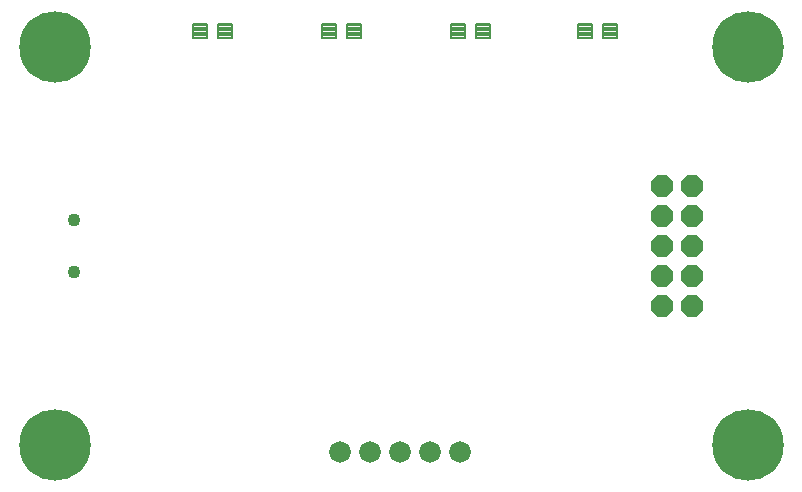
<source format=gbs>
G75*
G70*
%OFA0B0*%
%FSLAX24Y24*%
%IPPOS*%
%LPD*%
%AMOC8*
5,1,8,0,0,1.08239X$1,22.5*
%
%ADD10C,0.0083*%
%ADD11C,0.0720*%
%ADD12OC8,0.0720*%
%ADD13C,0.2380*%
%ADD14C,0.0434*%
D10*
X007854Y020409D02*
X007854Y020879D01*
X007854Y020409D02*
X007384Y020409D01*
X007384Y020879D01*
X007854Y020879D01*
X007854Y020491D02*
X007384Y020491D01*
X007384Y020573D02*
X007854Y020573D01*
X007854Y020655D02*
X007384Y020655D01*
X007384Y020737D02*
X007854Y020737D01*
X007854Y020819D02*
X007384Y020819D01*
X008680Y020879D02*
X008680Y020409D01*
X008210Y020409D01*
X008210Y020879D01*
X008680Y020879D01*
X008680Y020491D02*
X008210Y020491D01*
X008210Y020573D02*
X008680Y020573D01*
X008680Y020655D02*
X008210Y020655D01*
X008210Y020737D02*
X008680Y020737D01*
X008680Y020819D02*
X008210Y020819D01*
X012154Y020879D02*
X012154Y020409D01*
X011684Y020409D01*
X011684Y020879D01*
X012154Y020879D01*
X012154Y020491D02*
X011684Y020491D01*
X011684Y020573D02*
X012154Y020573D01*
X012154Y020655D02*
X011684Y020655D01*
X011684Y020737D02*
X012154Y020737D01*
X012154Y020819D02*
X011684Y020819D01*
X012980Y020879D02*
X012980Y020409D01*
X012510Y020409D01*
X012510Y020879D01*
X012980Y020879D01*
X012980Y020491D02*
X012510Y020491D01*
X012510Y020573D02*
X012980Y020573D01*
X012980Y020655D02*
X012510Y020655D01*
X012510Y020737D02*
X012980Y020737D01*
X012980Y020819D02*
X012510Y020819D01*
X016454Y020879D02*
X016454Y020409D01*
X015984Y020409D01*
X015984Y020879D01*
X016454Y020879D01*
X016454Y020491D02*
X015984Y020491D01*
X015984Y020573D02*
X016454Y020573D01*
X016454Y020655D02*
X015984Y020655D01*
X015984Y020737D02*
X016454Y020737D01*
X016454Y020819D02*
X015984Y020819D01*
X017280Y020879D02*
X017280Y020409D01*
X016810Y020409D01*
X016810Y020879D01*
X017280Y020879D01*
X017280Y020491D02*
X016810Y020491D01*
X016810Y020573D02*
X017280Y020573D01*
X017280Y020655D02*
X016810Y020655D01*
X016810Y020737D02*
X017280Y020737D01*
X017280Y020819D02*
X016810Y020819D01*
X020704Y020879D02*
X020704Y020409D01*
X020234Y020409D01*
X020234Y020879D01*
X020704Y020879D01*
X020704Y020491D02*
X020234Y020491D01*
X020234Y020573D02*
X020704Y020573D01*
X020704Y020655D02*
X020234Y020655D01*
X020234Y020737D02*
X020704Y020737D01*
X020704Y020819D02*
X020234Y020819D01*
X021530Y020879D02*
X021530Y020409D01*
X021060Y020409D01*
X021060Y020879D01*
X021530Y020879D01*
X021530Y020491D02*
X021060Y020491D01*
X021060Y020573D02*
X021530Y020573D01*
X021530Y020655D02*
X021060Y020655D01*
X021060Y020737D02*
X021530Y020737D01*
X021530Y020819D02*
X021060Y020819D01*
D11*
X016282Y006594D03*
X015282Y006594D03*
X014282Y006594D03*
X013282Y006594D03*
X012282Y006594D03*
D12*
X023032Y011468D03*
X024032Y011468D03*
X024032Y012468D03*
X023032Y012468D03*
X023032Y013468D03*
X024032Y013468D03*
X024032Y014468D03*
X023032Y014468D03*
X023032Y015468D03*
X024032Y015468D03*
D13*
X002782Y006844D03*
X002782Y020092D03*
X025873Y020092D03*
X025873Y006844D03*
D14*
X003407Y012602D03*
X003407Y014334D03*
M02*

</source>
